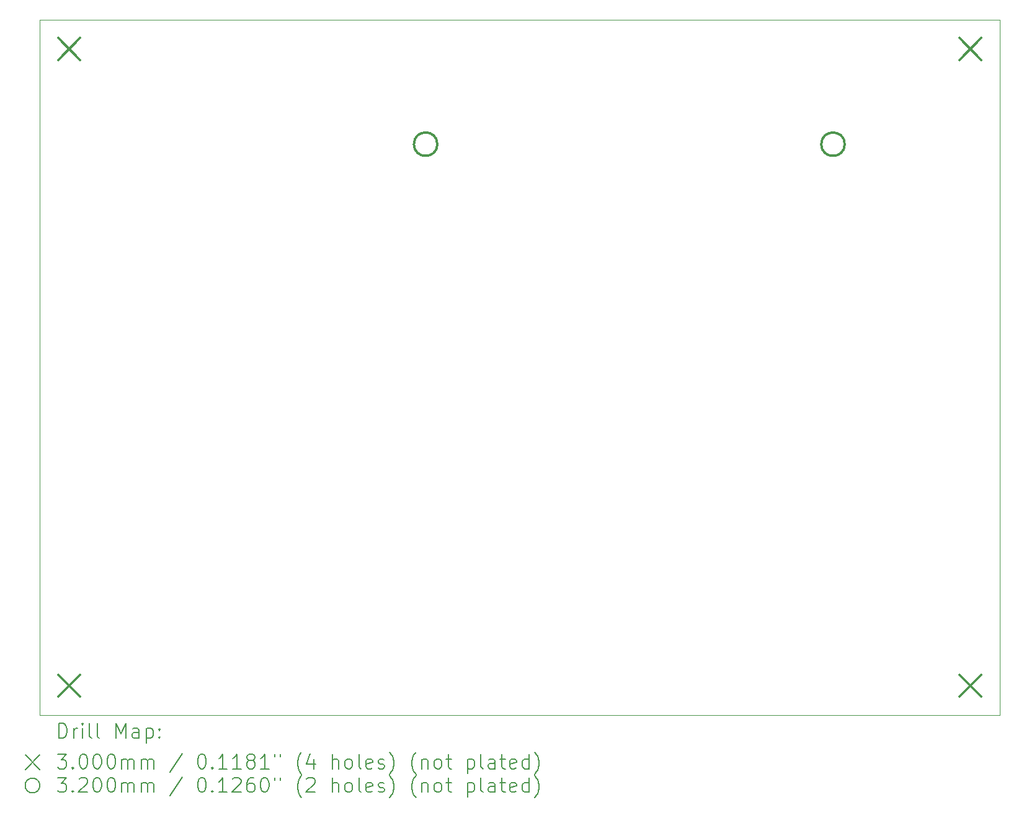
<source format=gbr>
%TF.GenerationSoftware,KiCad,Pcbnew,8.0.0*%
%TF.CreationDate,2024-04-01T01:40:06+02:00*%
%TF.ProjectId,smartSensor,736d6172-7453-4656-9e73-6f722e6b6963,rev?*%
%TF.SameCoordinates,Original*%
%TF.FileFunction,Drillmap*%
%TF.FilePolarity,Positive*%
%FSLAX45Y45*%
G04 Gerber Fmt 4.5, Leading zero omitted, Abs format (unit mm)*
G04 Created by KiCad (PCBNEW 8.0.0) date 2024-04-01 01:40:06*
%MOMM*%
%LPD*%
G01*
G04 APERTURE LIST*
%ADD10C,0.050000*%
%ADD11C,0.200000*%
%ADD12C,0.300000*%
%ADD13C,0.320000*%
G04 APERTURE END LIST*
D10*
X5300000Y-5500000D02*
X18400000Y-5500000D01*
X18400000Y-15000000D01*
X5300000Y-15000000D01*
X5300000Y-5500000D01*
D11*
D12*
X5550000Y-5750000D02*
X5850000Y-6050000D01*
X5850000Y-5750000D02*
X5550000Y-6050000D01*
X5550000Y-14450000D02*
X5850000Y-14750000D01*
X5850000Y-14450000D02*
X5550000Y-14750000D01*
X17850000Y-5750000D02*
X18150000Y-6050000D01*
X18150000Y-5750000D02*
X17850000Y-6050000D01*
X17850000Y-14450000D02*
X18150000Y-14750000D01*
X18150000Y-14450000D02*
X17850000Y-14750000D01*
D13*
X10724500Y-7200000D02*
G75*
G02*
X10404500Y-7200000I-160000J0D01*
G01*
X10404500Y-7200000D02*
G75*
G02*
X10724500Y-7200000I160000J0D01*
G01*
X16285500Y-7200000D02*
G75*
G02*
X15965500Y-7200000I-160000J0D01*
G01*
X15965500Y-7200000D02*
G75*
G02*
X16285500Y-7200000I160000J0D01*
G01*
D11*
X5558277Y-15313984D02*
X5558277Y-15113984D01*
X5558277Y-15113984D02*
X5605896Y-15113984D01*
X5605896Y-15113984D02*
X5634467Y-15123508D01*
X5634467Y-15123508D02*
X5653515Y-15142555D01*
X5653515Y-15142555D02*
X5663039Y-15161603D01*
X5663039Y-15161603D02*
X5672562Y-15199698D01*
X5672562Y-15199698D02*
X5672562Y-15228269D01*
X5672562Y-15228269D02*
X5663039Y-15266365D01*
X5663039Y-15266365D02*
X5653515Y-15285412D01*
X5653515Y-15285412D02*
X5634467Y-15304460D01*
X5634467Y-15304460D02*
X5605896Y-15313984D01*
X5605896Y-15313984D02*
X5558277Y-15313984D01*
X5758277Y-15313984D02*
X5758277Y-15180650D01*
X5758277Y-15218746D02*
X5767801Y-15199698D01*
X5767801Y-15199698D02*
X5777324Y-15190174D01*
X5777324Y-15190174D02*
X5796372Y-15180650D01*
X5796372Y-15180650D02*
X5815420Y-15180650D01*
X5882086Y-15313984D02*
X5882086Y-15180650D01*
X5882086Y-15113984D02*
X5872562Y-15123508D01*
X5872562Y-15123508D02*
X5882086Y-15133031D01*
X5882086Y-15133031D02*
X5891610Y-15123508D01*
X5891610Y-15123508D02*
X5882086Y-15113984D01*
X5882086Y-15113984D02*
X5882086Y-15133031D01*
X6005896Y-15313984D02*
X5986848Y-15304460D01*
X5986848Y-15304460D02*
X5977324Y-15285412D01*
X5977324Y-15285412D02*
X5977324Y-15113984D01*
X6110658Y-15313984D02*
X6091610Y-15304460D01*
X6091610Y-15304460D02*
X6082086Y-15285412D01*
X6082086Y-15285412D02*
X6082086Y-15113984D01*
X6339229Y-15313984D02*
X6339229Y-15113984D01*
X6339229Y-15113984D02*
X6405896Y-15256841D01*
X6405896Y-15256841D02*
X6472562Y-15113984D01*
X6472562Y-15113984D02*
X6472562Y-15313984D01*
X6653515Y-15313984D02*
X6653515Y-15209222D01*
X6653515Y-15209222D02*
X6643991Y-15190174D01*
X6643991Y-15190174D02*
X6624943Y-15180650D01*
X6624943Y-15180650D02*
X6586848Y-15180650D01*
X6586848Y-15180650D02*
X6567801Y-15190174D01*
X6653515Y-15304460D02*
X6634467Y-15313984D01*
X6634467Y-15313984D02*
X6586848Y-15313984D01*
X6586848Y-15313984D02*
X6567801Y-15304460D01*
X6567801Y-15304460D02*
X6558277Y-15285412D01*
X6558277Y-15285412D02*
X6558277Y-15266365D01*
X6558277Y-15266365D02*
X6567801Y-15247317D01*
X6567801Y-15247317D02*
X6586848Y-15237793D01*
X6586848Y-15237793D02*
X6634467Y-15237793D01*
X6634467Y-15237793D02*
X6653515Y-15228269D01*
X6748753Y-15180650D02*
X6748753Y-15380650D01*
X6748753Y-15190174D02*
X6767801Y-15180650D01*
X6767801Y-15180650D02*
X6805896Y-15180650D01*
X6805896Y-15180650D02*
X6824943Y-15190174D01*
X6824943Y-15190174D02*
X6834467Y-15199698D01*
X6834467Y-15199698D02*
X6843991Y-15218746D01*
X6843991Y-15218746D02*
X6843991Y-15275888D01*
X6843991Y-15275888D02*
X6834467Y-15294936D01*
X6834467Y-15294936D02*
X6824943Y-15304460D01*
X6824943Y-15304460D02*
X6805896Y-15313984D01*
X6805896Y-15313984D02*
X6767801Y-15313984D01*
X6767801Y-15313984D02*
X6748753Y-15304460D01*
X6929705Y-15294936D02*
X6939229Y-15304460D01*
X6939229Y-15304460D02*
X6929705Y-15313984D01*
X6929705Y-15313984D02*
X6920182Y-15304460D01*
X6920182Y-15304460D02*
X6929705Y-15294936D01*
X6929705Y-15294936D02*
X6929705Y-15313984D01*
X6929705Y-15190174D02*
X6939229Y-15199698D01*
X6939229Y-15199698D02*
X6929705Y-15209222D01*
X6929705Y-15209222D02*
X6920182Y-15199698D01*
X6920182Y-15199698D02*
X6929705Y-15190174D01*
X6929705Y-15190174D02*
X6929705Y-15209222D01*
X5097500Y-15542500D02*
X5297500Y-15742500D01*
X5297500Y-15542500D02*
X5097500Y-15742500D01*
X5539229Y-15533984D02*
X5663039Y-15533984D01*
X5663039Y-15533984D02*
X5596372Y-15610174D01*
X5596372Y-15610174D02*
X5624943Y-15610174D01*
X5624943Y-15610174D02*
X5643991Y-15619698D01*
X5643991Y-15619698D02*
X5653515Y-15629222D01*
X5653515Y-15629222D02*
X5663039Y-15648269D01*
X5663039Y-15648269D02*
X5663039Y-15695888D01*
X5663039Y-15695888D02*
X5653515Y-15714936D01*
X5653515Y-15714936D02*
X5643991Y-15724460D01*
X5643991Y-15724460D02*
X5624943Y-15733984D01*
X5624943Y-15733984D02*
X5567801Y-15733984D01*
X5567801Y-15733984D02*
X5548753Y-15724460D01*
X5548753Y-15724460D02*
X5539229Y-15714936D01*
X5748753Y-15714936D02*
X5758277Y-15724460D01*
X5758277Y-15724460D02*
X5748753Y-15733984D01*
X5748753Y-15733984D02*
X5739229Y-15724460D01*
X5739229Y-15724460D02*
X5748753Y-15714936D01*
X5748753Y-15714936D02*
X5748753Y-15733984D01*
X5882086Y-15533984D02*
X5901134Y-15533984D01*
X5901134Y-15533984D02*
X5920182Y-15543508D01*
X5920182Y-15543508D02*
X5929705Y-15553031D01*
X5929705Y-15553031D02*
X5939229Y-15572079D01*
X5939229Y-15572079D02*
X5948753Y-15610174D01*
X5948753Y-15610174D02*
X5948753Y-15657793D01*
X5948753Y-15657793D02*
X5939229Y-15695888D01*
X5939229Y-15695888D02*
X5929705Y-15714936D01*
X5929705Y-15714936D02*
X5920182Y-15724460D01*
X5920182Y-15724460D02*
X5901134Y-15733984D01*
X5901134Y-15733984D02*
X5882086Y-15733984D01*
X5882086Y-15733984D02*
X5863039Y-15724460D01*
X5863039Y-15724460D02*
X5853515Y-15714936D01*
X5853515Y-15714936D02*
X5843991Y-15695888D01*
X5843991Y-15695888D02*
X5834467Y-15657793D01*
X5834467Y-15657793D02*
X5834467Y-15610174D01*
X5834467Y-15610174D02*
X5843991Y-15572079D01*
X5843991Y-15572079D02*
X5853515Y-15553031D01*
X5853515Y-15553031D02*
X5863039Y-15543508D01*
X5863039Y-15543508D02*
X5882086Y-15533984D01*
X6072562Y-15533984D02*
X6091610Y-15533984D01*
X6091610Y-15533984D02*
X6110658Y-15543508D01*
X6110658Y-15543508D02*
X6120182Y-15553031D01*
X6120182Y-15553031D02*
X6129705Y-15572079D01*
X6129705Y-15572079D02*
X6139229Y-15610174D01*
X6139229Y-15610174D02*
X6139229Y-15657793D01*
X6139229Y-15657793D02*
X6129705Y-15695888D01*
X6129705Y-15695888D02*
X6120182Y-15714936D01*
X6120182Y-15714936D02*
X6110658Y-15724460D01*
X6110658Y-15724460D02*
X6091610Y-15733984D01*
X6091610Y-15733984D02*
X6072562Y-15733984D01*
X6072562Y-15733984D02*
X6053515Y-15724460D01*
X6053515Y-15724460D02*
X6043991Y-15714936D01*
X6043991Y-15714936D02*
X6034467Y-15695888D01*
X6034467Y-15695888D02*
X6024943Y-15657793D01*
X6024943Y-15657793D02*
X6024943Y-15610174D01*
X6024943Y-15610174D02*
X6034467Y-15572079D01*
X6034467Y-15572079D02*
X6043991Y-15553031D01*
X6043991Y-15553031D02*
X6053515Y-15543508D01*
X6053515Y-15543508D02*
X6072562Y-15533984D01*
X6263039Y-15533984D02*
X6282086Y-15533984D01*
X6282086Y-15533984D02*
X6301134Y-15543508D01*
X6301134Y-15543508D02*
X6310658Y-15553031D01*
X6310658Y-15553031D02*
X6320182Y-15572079D01*
X6320182Y-15572079D02*
X6329705Y-15610174D01*
X6329705Y-15610174D02*
X6329705Y-15657793D01*
X6329705Y-15657793D02*
X6320182Y-15695888D01*
X6320182Y-15695888D02*
X6310658Y-15714936D01*
X6310658Y-15714936D02*
X6301134Y-15724460D01*
X6301134Y-15724460D02*
X6282086Y-15733984D01*
X6282086Y-15733984D02*
X6263039Y-15733984D01*
X6263039Y-15733984D02*
X6243991Y-15724460D01*
X6243991Y-15724460D02*
X6234467Y-15714936D01*
X6234467Y-15714936D02*
X6224943Y-15695888D01*
X6224943Y-15695888D02*
X6215420Y-15657793D01*
X6215420Y-15657793D02*
X6215420Y-15610174D01*
X6215420Y-15610174D02*
X6224943Y-15572079D01*
X6224943Y-15572079D02*
X6234467Y-15553031D01*
X6234467Y-15553031D02*
X6243991Y-15543508D01*
X6243991Y-15543508D02*
X6263039Y-15533984D01*
X6415420Y-15733984D02*
X6415420Y-15600650D01*
X6415420Y-15619698D02*
X6424943Y-15610174D01*
X6424943Y-15610174D02*
X6443991Y-15600650D01*
X6443991Y-15600650D02*
X6472563Y-15600650D01*
X6472563Y-15600650D02*
X6491610Y-15610174D01*
X6491610Y-15610174D02*
X6501134Y-15629222D01*
X6501134Y-15629222D02*
X6501134Y-15733984D01*
X6501134Y-15629222D02*
X6510658Y-15610174D01*
X6510658Y-15610174D02*
X6529705Y-15600650D01*
X6529705Y-15600650D02*
X6558277Y-15600650D01*
X6558277Y-15600650D02*
X6577324Y-15610174D01*
X6577324Y-15610174D02*
X6586848Y-15629222D01*
X6586848Y-15629222D02*
X6586848Y-15733984D01*
X6682086Y-15733984D02*
X6682086Y-15600650D01*
X6682086Y-15619698D02*
X6691610Y-15610174D01*
X6691610Y-15610174D02*
X6710658Y-15600650D01*
X6710658Y-15600650D02*
X6739229Y-15600650D01*
X6739229Y-15600650D02*
X6758277Y-15610174D01*
X6758277Y-15610174D02*
X6767801Y-15629222D01*
X6767801Y-15629222D02*
X6767801Y-15733984D01*
X6767801Y-15629222D02*
X6777324Y-15610174D01*
X6777324Y-15610174D02*
X6796372Y-15600650D01*
X6796372Y-15600650D02*
X6824943Y-15600650D01*
X6824943Y-15600650D02*
X6843991Y-15610174D01*
X6843991Y-15610174D02*
X6853515Y-15629222D01*
X6853515Y-15629222D02*
X6853515Y-15733984D01*
X7243991Y-15524460D02*
X7072563Y-15781603D01*
X7501134Y-15533984D02*
X7520182Y-15533984D01*
X7520182Y-15533984D02*
X7539229Y-15543508D01*
X7539229Y-15543508D02*
X7548753Y-15553031D01*
X7548753Y-15553031D02*
X7558277Y-15572079D01*
X7558277Y-15572079D02*
X7567801Y-15610174D01*
X7567801Y-15610174D02*
X7567801Y-15657793D01*
X7567801Y-15657793D02*
X7558277Y-15695888D01*
X7558277Y-15695888D02*
X7548753Y-15714936D01*
X7548753Y-15714936D02*
X7539229Y-15724460D01*
X7539229Y-15724460D02*
X7520182Y-15733984D01*
X7520182Y-15733984D02*
X7501134Y-15733984D01*
X7501134Y-15733984D02*
X7482086Y-15724460D01*
X7482086Y-15724460D02*
X7472563Y-15714936D01*
X7472563Y-15714936D02*
X7463039Y-15695888D01*
X7463039Y-15695888D02*
X7453515Y-15657793D01*
X7453515Y-15657793D02*
X7453515Y-15610174D01*
X7453515Y-15610174D02*
X7463039Y-15572079D01*
X7463039Y-15572079D02*
X7472563Y-15553031D01*
X7472563Y-15553031D02*
X7482086Y-15543508D01*
X7482086Y-15543508D02*
X7501134Y-15533984D01*
X7653515Y-15714936D02*
X7663039Y-15724460D01*
X7663039Y-15724460D02*
X7653515Y-15733984D01*
X7653515Y-15733984D02*
X7643991Y-15724460D01*
X7643991Y-15724460D02*
X7653515Y-15714936D01*
X7653515Y-15714936D02*
X7653515Y-15733984D01*
X7853515Y-15733984D02*
X7739229Y-15733984D01*
X7796372Y-15733984D02*
X7796372Y-15533984D01*
X7796372Y-15533984D02*
X7777325Y-15562555D01*
X7777325Y-15562555D02*
X7758277Y-15581603D01*
X7758277Y-15581603D02*
X7739229Y-15591127D01*
X8043991Y-15733984D02*
X7929706Y-15733984D01*
X7986848Y-15733984D02*
X7986848Y-15533984D01*
X7986848Y-15533984D02*
X7967801Y-15562555D01*
X7967801Y-15562555D02*
X7948753Y-15581603D01*
X7948753Y-15581603D02*
X7929706Y-15591127D01*
X8158277Y-15619698D02*
X8139229Y-15610174D01*
X8139229Y-15610174D02*
X8129706Y-15600650D01*
X8129706Y-15600650D02*
X8120182Y-15581603D01*
X8120182Y-15581603D02*
X8120182Y-15572079D01*
X8120182Y-15572079D02*
X8129706Y-15553031D01*
X8129706Y-15553031D02*
X8139229Y-15543508D01*
X8139229Y-15543508D02*
X8158277Y-15533984D01*
X8158277Y-15533984D02*
X8196372Y-15533984D01*
X8196372Y-15533984D02*
X8215420Y-15543508D01*
X8215420Y-15543508D02*
X8224944Y-15553031D01*
X8224944Y-15553031D02*
X8234467Y-15572079D01*
X8234467Y-15572079D02*
X8234467Y-15581603D01*
X8234467Y-15581603D02*
X8224944Y-15600650D01*
X8224944Y-15600650D02*
X8215420Y-15610174D01*
X8215420Y-15610174D02*
X8196372Y-15619698D01*
X8196372Y-15619698D02*
X8158277Y-15619698D01*
X8158277Y-15619698D02*
X8139229Y-15629222D01*
X8139229Y-15629222D02*
X8129706Y-15638746D01*
X8129706Y-15638746D02*
X8120182Y-15657793D01*
X8120182Y-15657793D02*
X8120182Y-15695888D01*
X8120182Y-15695888D02*
X8129706Y-15714936D01*
X8129706Y-15714936D02*
X8139229Y-15724460D01*
X8139229Y-15724460D02*
X8158277Y-15733984D01*
X8158277Y-15733984D02*
X8196372Y-15733984D01*
X8196372Y-15733984D02*
X8215420Y-15724460D01*
X8215420Y-15724460D02*
X8224944Y-15714936D01*
X8224944Y-15714936D02*
X8234467Y-15695888D01*
X8234467Y-15695888D02*
X8234467Y-15657793D01*
X8234467Y-15657793D02*
X8224944Y-15638746D01*
X8224944Y-15638746D02*
X8215420Y-15629222D01*
X8215420Y-15629222D02*
X8196372Y-15619698D01*
X8424944Y-15733984D02*
X8310658Y-15733984D01*
X8367801Y-15733984D02*
X8367801Y-15533984D01*
X8367801Y-15533984D02*
X8348753Y-15562555D01*
X8348753Y-15562555D02*
X8329706Y-15581603D01*
X8329706Y-15581603D02*
X8310658Y-15591127D01*
X8501134Y-15533984D02*
X8501134Y-15572079D01*
X8577325Y-15533984D02*
X8577325Y-15572079D01*
X8872563Y-15810174D02*
X8863039Y-15800650D01*
X8863039Y-15800650D02*
X8843991Y-15772079D01*
X8843991Y-15772079D02*
X8834468Y-15753031D01*
X8834468Y-15753031D02*
X8824944Y-15724460D01*
X8824944Y-15724460D02*
X8815420Y-15676841D01*
X8815420Y-15676841D02*
X8815420Y-15638746D01*
X8815420Y-15638746D02*
X8824944Y-15591127D01*
X8824944Y-15591127D02*
X8834468Y-15562555D01*
X8834468Y-15562555D02*
X8843991Y-15543508D01*
X8843991Y-15543508D02*
X8863039Y-15514936D01*
X8863039Y-15514936D02*
X8872563Y-15505412D01*
X9034468Y-15600650D02*
X9034468Y-15733984D01*
X8986849Y-15524460D02*
X8939230Y-15667317D01*
X8939230Y-15667317D02*
X9063039Y-15667317D01*
X9291611Y-15733984D02*
X9291611Y-15533984D01*
X9377325Y-15733984D02*
X9377325Y-15629222D01*
X9377325Y-15629222D02*
X9367801Y-15610174D01*
X9367801Y-15610174D02*
X9348753Y-15600650D01*
X9348753Y-15600650D02*
X9320182Y-15600650D01*
X9320182Y-15600650D02*
X9301134Y-15610174D01*
X9301134Y-15610174D02*
X9291611Y-15619698D01*
X9501134Y-15733984D02*
X9482087Y-15724460D01*
X9482087Y-15724460D02*
X9472563Y-15714936D01*
X9472563Y-15714936D02*
X9463039Y-15695888D01*
X9463039Y-15695888D02*
X9463039Y-15638746D01*
X9463039Y-15638746D02*
X9472563Y-15619698D01*
X9472563Y-15619698D02*
X9482087Y-15610174D01*
X9482087Y-15610174D02*
X9501134Y-15600650D01*
X9501134Y-15600650D02*
X9529706Y-15600650D01*
X9529706Y-15600650D02*
X9548753Y-15610174D01*
X9548753Y-15610174D02*
X9558277Y-15619698D01*
X9558277Y-15619698D02*
X9567801Y-15638746D01*
X9567801Y-15638746D02*
X9567801Y-15695888D01*
X9567801Y-15695888D02*
X9558277Y-15714936D01*
X9558277Y-15714936D02*
X9548753Y-15724460D01*
X9548753Y-15724460D02*
X9529706Y-15733984D01*
X9529706Y-15733984D02*
X9501134Y-15733984D01*
X9682087Y-15733984D02*
X9663039Y-15724460D01*
X9663039Y-15724460D02*
X9653515Y-15705412D01*
X9653515Y-15705412D02*
X9653515Y-15533984D01*
X9834468Y-15724460D02*
X9815420Y-15733984D01*
X9815420Y-15733984D02*
X9777325Y-15733984D01*
X9777325Y-15733984D02*
X9758277Y-15724460D01*
X9758277Y-15724460D02*
X9748753Y-15705412D01*
X9748753Y-15705412D02*
X9748753Y-15629222D01*
X9748753Y-15629222D02*
X9758277Y-15610174D01*
X9758277Y-15610174D02*
X9777325Y-15600650D01*
X9777325Y-15600650D02*
X9815420Y-15600650D01*
X9815420Y-15600650D02*
X9834468Y-15610174D01*
X9834468Y-15610174D02*
X9843992Y-15629222D01*
X9843992Y-15629222D02*
X9843992Y-15648269D01*
X9843992Y-15648269D02*
X9748753Y-15667317D01*
X9920182Y-15724460D02*
X9939230Y-15733984D01*
X9939230Y-15733984D02*
X9977325Y-15733984D01*
X9977325Y-15733984D02*
X9996373Y-15724460D01*
X9996373Y-15724460D02*
X10005896Y-15705412D01*
X10005896Y-15705412D02*
X10005896Y-15695888D01*
X10005896Y-15695888D02*
X9996373Y-15676841D01*
X9996373Y-15676841D02*
X9977325Y-15667317D01*
X9977325Y-15667317D02*
X9948753Y-15667317D01*
X9948753Y-15667317D02*
X9929706Y-15657793D01*
X9929706Y-15657793D02*
X9920182Y-15638746D01*
X9920182Y-15638746D02*
X9920182Y-15629222D01*
X9920182Y-15629222D02*
X9929706Y-15610174D01*
X9929706Y-15610174D02*
X9948753Y-15600650D01*
X9948753Y-15600650D02*
X9977325Y-15600650D01*
X9977325Y-15600650D02*
X9996373Y-15610174D01*
X10072563Y-15810174D02*
X10082087Y-15800650D01*
X10082087Y-15800650D02*
X10101134Y-15772079D01*
X10101134Y-15772079D02*
X10110658Y-15753031D01*
X10110658Y-15753031D02*
X10120182Y-15724460D01*
X10120182Y-15724460D02*
X10129706Y-15676841D01*
X10129706Y-15676841D02*
X10129706Y-15638746D01*
X10129706Y-15638746D02*
X10120182Y-15591127D01*
X10120182Y-15591127D02*
X10110658Y-15562555D01*
X10110658Y-15562555D02*
X10101134Y-15543508D01*
X10101134Y-15543508D02*
X10082087Y-15514936D01*
X10082087Y-15514936D02*
X10072563Y-15505412D01*
X10434468Y-15810174D02*
X10424944Y-15800650D01*
X10424944Y-15800650D02*
X10405896Y-15772079D01*
X10405896Y-15772079D02*
X10396373Y-15753031D01*
X10396373Y-15753031D02*
X10386849Y-15724460D01*
X10386849Y-15724460D02*
X10377325Y-15676841D01*
X10377325Y-15676841D02*
X10377325Y-15638746D01*
X10377325Y-15638746D02*
X10386849Y-15591127D01*
X10386849Y-15591127D02*
X10396373Y-15562555D01*
X10396373Y-15562555D02*
X10405896Y-15543508D01*
X10405896Y-15543508D02*
X10424944Y-15514936D01*
X10424944Y-15514936D02*
X10434468Y-15505412D01*
X10510658Y-15600650D02*
X10510658Y-15733984D01*
X10510658Y-15619698D02*
X10520182Y-15610174D01*
X10520182Y-15610174D02*
X10539230Y-15600650D01*
X10539230Y-15600650D02*
X10567801Y-15600650D01*
X10567801Y-15600650D02*
X10586849Y-15610174D01*
X10586849Y-15610174D02*
X10596373Y-15629222D01*
X10596373Y-15629222D02*
X10596373Y-15733984D01*
X10720182Y-15733984D02*
X10701134Y-15724460D01*
X10701134Y-15724460D02*
X10691611Y-15714936D01*
X10691611Y-15714936D02*
X10682087Y-15695888D01*
X10682087Y-15695888D02*
X10682087Y-15638746D01*
X10682087Y-15638746D02*
X10691611Y-15619698D01*
X10691611Y-15619698D02*
X10701134Y-15610174D01*
X10701134Y-15610174D02*
X10720182Y-15600650D01*
X10720182Y-15600650D02*
X10748754Y-15600650D01*
X10748754Y-15600650D02*
X10767801Y-15610174D01*
X10767801Y-15610174D02*
X10777325Y-15619698D01*
X10777325Y-15619698D02*
X10786849Y-15638746D01*
X10786849Y-15638746D02*
X10786849Y-15695888D01*
X10786849Y-15695888D02*
X10777325Y-15714936D01*
X10777325Y-15714936D02*
X10767801Y-15724460D01*
X10767801Y-15724460D02*
X10748754Y-15733984D01*
X10748754Y-15733984D02*
X10720182Y-15733984D01*
X10843992Y-15600650D02*
X10920182Y-15600650D01*
X10872563Y-15533984D02*
X10872563Y-15705412D01*
X10872563Y-15705412D02*
X10882087Y-15724460D01*
X10882087Y-15724460D02*
X10901134Y-15733984D01*
X10901134Y-15733984D02*
X10920182Y-15733984D01*
X11139230Y-15600650D02*
X11139230Y-15800650D01*
X11139230Y-15610174D02*
X11158277Y-15600650D01*
X11158277Y-15600650D02*
X11196373Y-15600650D01*
X11196373Y-15600650D02*
X11215420Y-15610174D01*
X11215420Y-15610174D02*
X11224944Y-15619698D01*
X11224944Y-15619698D02*
X11234468Y-15638746D01*
X11234468Y-15638746D02*
X11234468Y-15695888D01*
X11234468Y-15695888D02*
X11224944Y-15714936D01*
X11224944Y-15714936D02*
X11215420Y-15724460D01*
X11215420Y-15724460D02*
X11196373Y-15733984D01*
X11196373Y-15733984D02*
X11158277Y-15733984D01*
X11158277Y-15733984D02*
X11139230Y-15724460D01*
X11348753Y-15733984D02*
X11329706Y-15724460D01*
X11329706Y-15724460D02*
X11320182Y-15705412D01*
X11320182Y-15705412D02*
X11320182Y-15533984D01*
X11510658Y-15733984D02*
X11510658Y-15629222D01*
X11510658Y-15629222D02*
X11501134Y-15610174D01*
X11501134Y-15610174D02*
X11482087Y-15600650D01*
X11482087Y-15600650D02*
X11443992Y-15600650D01*
X11443992Y-15600650D02*
X11424944Y-15610174D01*
X11510658Y-15724460D02*
X11491611Y-15733984D01*
X11491611Y-15733984D02*
X11443992Y-15733984D01*
X11443992Y-15733984D02*
X11424944Y-15724460D01*
X11424944Y-15724460D02*
X11415420Y-15705412D01*
X11415420Y-15705412D02*
X11415420Y-15686365D01*
X11415420Y-15686365D02*
X11424944Y-15667317D01*
X11424944Y-15667317D02*
X11443992Y-15657793D01*
X11443992Y-15657793D02*
X11491611Y-15657793D01*
X11491611Y-15657793D02*
X11510658Y-15648269D01*
X11577325Y-15600650D02*
X11653515Y-15600650D01*
X11605896Y-15533984D02*
X11605896Y-15705412D01*
X11605896Y-15705412D02*
X11615420Y-15724460D01*
X11615420Y-15724460D02*
X11634468Y-15733984D01*
X11634468Y-15733984D02*
X11653515Y-15733984D01*
X11796373Y-15724460D02*
X11777325Y-15733984D01*
X11777325Y-15733984D02*
X11739230Y-15733984D01*
X11739230Y-15733984D02*
X11720182Y-15724460D01*
X11720182Y-15724460D02*
X11710658Y-15705412D01*
X11710658Y-15705412D02*
X11710658Y-15629222D01*
X11710658Y-15629222D02*
X11720182Y-15610174D01*
X11720182Y-15610174D02*
X11739230Y-15600650D01*
X11739230Y-15600650D02*
X11777325Y-15600650D01*
X11777325Y-15600650D02*
X11796373Y-15610174D01*
X11796373Y-15610174D02*
X11805896Y-15629222D01*
X11805896Y-15629222D02*
X11805896Y-15648269D01*
X11805896Y-15648269D02*
X11710658Y-15667317D01*
X11977325Y-15733984D02*
X11977325Y-15533984D01*
X11977325Y-15724460D02*
X11958277Y-15733984D01*
X11958277Y-15733984D02*
X11920182Y-15733984D01*
X11920182Y-15733984D02*
X11901134Y-15724460D01*
X11901134Y-15724460D02*
X11891611Y-15714936D01*
X11891611Y-15714936D02*
X11882087Y-15695888D01*
X11882087Y-15695888D02*
X11882087Y-15638746D01*
X11882087Y-15638746D02*
X11891611Y-15619698D01*
X11891611Y-15619698D02*
X11901134Y-15610174D01*
X11901134Y-15610174D02*
X11920182Y-15600650D01*
X11920182Y-15600650D02*
X11958277Y-15600650D01*
X11958277Y-15600650D02*
X11977325Y-15610174D01*
X12053515Y-15810174D02*
X12063039Y-15800650D01*
X12063039Y-15800650D02*
X12082087Y-15772079D01*
X12082087Y-15772079D02*
X12091611Y-15753031D01*
X12091611Y-15753031D02*
X12101134Y-15724460D01*
X12101134Y-15724460D02*
X12110658Y-15676841D01*
X12110658Y-15676841D02*
X12110658Y-15638746D01*
X12110658Y-15638746D02*
X12101134Y-15591127D01*
X12101134Y-15591127D02*
X12091611Y-15562555D01*
X12091611Y-15562555D02*
X12082087Y-15543508D01*
X12082087Y-15543508D02*
X12063039Y-15514936D01*
X12063039Y-15514936D02*
X12053515Y-15505412D01*
X5297500Y-15962500D02*
G75*
G02*
X5097500Y-15962500I-100000J0D01*
G01*
X5097500Y-15962500D02*
G75*
G02*
X5297500Y-15962500I100000J0D01*
G01*
X5539229Y-15853984D02*
X5663039Y-15853984D01*
X5663039Y-15853984D02*
X5596372Y-15930174D01*
X5596372Y-15930174D02*
X5624943Y-15930174D01*
X5624943Y-15930174D02*
X5643991Y-15939698D01*
X5643991Y-15939698D02*
X5653515Y-15949222D01*
X5653515Y-15949222D02*
X5663039Y-15968269D01*
X5663039Y-15968269D02*
X5663039Y-16015888D01*
X5663039Y-16015888D02*
X5653515Y-16034936D01*
X5653515Y-16034936D02*
X5643991Y-16044460D01*
X5643991Y-16044460D02*
X5624943Y-16053984D01*
X5624943Y-16053984D02*
X5567801Y-16053984D01*
X5567801Y-16053984D02*
X5548753Y-16044460D01*
X5548753Y-16044460D02*
X5539229Y-16034936D01*
X5748753Y-16034936D02*
X5758277Y-16044460D01*
X5758277Y-16044460D02*
X5748753Y-16053984D01*
X5748753Y-16053984D02*
X5739229Y-16044460D01*
X5739229Y-16044460D02*
X5748753Y-16034936D01*
X5748753Y-16034936D02*
X5748753Y-16053984D01*
X5834467Y-15873031D02*
X5843991Y-15863508D01*
X5843991Y-15863508D02*
X5863039Y-15853984D01*
X5863039Y-15853984D02*
X5910658Y-15853984D01*
X5910658Y-15853984D02*
X5929705Y-15863508D01*
X5929705Y-15863508D02*
X5939229Y-15873031D01*
X5939229Y-15873031D02*
X5948753Y-15892079D01*
X5948753Y-15892079D02*
X5948753Y-15911127D01*
X5948753Y-15911127D02*
X5939229Y-15939698D01*
X5939229Y-15939698D02*
X5824943Y-16053984D01*
X5824943Y-16053984D02*
X5948753Y-16053984D01*
X6072562Y-15853984D02*
X6091610Y-15853984D01*
X6091610Y-15853984D02*
X6110658Y-15863508D01*
X6110658Y-15863508D02*
X6120182Y-15873031D01*
X6120182Y-15873031D02*
X6129705Y-15892079D01*
X6129705Y-15892079D02*
X6139229Y-15930174D01*
X6139229Y-15930174D02*
X6139229Y-15977793D01*
X6139229Y-15977793D02*
X6129705Y-16015888D01*
X6129705Y-16015888D02*
X6120182Y-16034936D01*
X6120182Y-16034936D02*
X6110658Y-16044460D01*
X6110658Y-16044460D02*
X6091610Y-16053984D01*
X6091610Y-16053984D02*
X6072562Y-16053984D01*
X6072562Y-16053984D02*
X6053515Y-16044460D01*
X6053515Y-16044460D02*
X6043991Y-16034936D01*
X6043991Y-16034936D02*
X6034467Y-16015888D01*
X6034467Y-16015888D02*
X6024943Y-15977793D01*
X6024943Y-15977793D02*
X6024943Y-15930174D01*
X6024943Y-15930174D02*
X6034467Y-15892079D01*
X6034467Y-15892079D02*
X6043991Y-15873031D01*
X6043991Y-15873031D02*
X6053515Y-15863508D01*
X6053515Y-15863508D02*
X6072562Y-15853984D01*
X6263039Y-15853984D02*
X6282086Y-15853984D01*
X6282086Y-15853984D02*
X6301134Y-15863508D01*
X6301134Y-15863508D02*
X6310658Y-15873031D01*
X6310658Y-15873031D02*
X6320182Y-15892079D01*
X6320182Y-15892079D02*
X6329705Y-15930174D01*
X6329705Y-15930174D02*
X6329705Y-15977793D01*
X6329705Y-15977793D02*
X6320182Y-16015888D01*
X6320182Y-16015888D02*
X6310658Y-16034936D01*
X6310658Y-16034936D02*
X6301134Y-16044460D01*
X6301134Y-16044460D02*
X6282086Y-16053984D01*
X6282086Y-16053984D02*
X6263039Y-16053984D01*
X6263039Y-16053984D02*
X6243991Y-16044460D01*
X6243991Y-16044460D02*
X6234467Y-16034936D01*
X6234467Y-16034936D02*
X6224943Y-16015888D01*
X6224943Y-16015888D02*
X6215420Y-15977793D01*
X6215420Y-15977793D02*
X6215420Y-15930174D01*
X6215420Y-15930174D02*
X6224943Y-15892079D01*
X6224943Y-15892079D02*
X6234467Y-15873031D01*
X6234467Y-15873031D02*
X6243991Y-15863508D01*
X6243991Y-15863508D02*
X6263039Y-15853984D01*
X6415420Y-16053984D02*
X6415420Y-15920650D01*
X6415420Y-15939698D02*
X6424943Y-15930174D01*
X6424943Y-15930174D02*
X6443991Y-15920650D01*
X6443991Y-15920650D02*
X6472563Y-15920650D01*
X6472563Y-15920650D02*
X6491610Y-15930174D01*
X6491610Y-15930174D02*
X6501134Y-15949222D01*
X6501134Y-15949222D02*
X6501134Y-16053984D01*
X6501134Y-15949222D02*
X6510658Y-15930174D01*
X6510658Y-15930174D02*
X6529705Y-15920650D01*
X6529705Y-15920650D02*
X6558277Y-15920650D01*
X6558277Y-15920650D02*
X6577324Y-15930174D01*
X6577324Y-15930174D02*
X6586848Y-15949222D01*
X6586848Y-15949222D02*
X6586848Y-16053984D01*
X6682086Y-16053984D02*
X6682086Y-15920650D01*
X6682086Y-15939698D02*
X6691610Y-15930174D01*
X6691610Y-15930174D02*
X6710658Y-15920650D01*
X6710658Y-15920650D02*
X6739229Y-15920650D01*
X6739229Y-15920650D02*
X6758277Y-15930174D01*
X6758277Y-15930174D02*
X6767801Y-15949222D01*
X6767801Y-15949222D02*
X6767801Y-16053984D01*
X6767801Y-15949222D02*
X6777324Y-15930174D01*
X6777324Y-15930174D02*
X6796372Y-15920650D01*
X6796372Y-15920650D02*
X6824943Y-15920650D01*
X6824943Y-15920650D02*
X6843991Y-15930174D01*
X6843991Y-15930174D02*
X6853515Y-15949222D01*
X6853515Y-15949222D02*
X6853515Y-16053984D01*
X7243991Y-15844460D02*
X7072563Y-16101603D01*
X7501134Y-15853984D02*
X7520182Y-15853984D01*
X7520182Y-15853984D02*
X7539229Y-15863508D01*
X7539229Y-15863508D02*
X7548753Y-15873031D01*
X7548753Y-15873031D02*
X7558277Y-15892079D01*
X7558277Y-15892079D02*
X7567801Y-15930174D01*
X7567801Y-15930174D02*
X7567801Y-15977793D01*
X7567801Y-15977793D02*
X7558277Y-16015888D01*
X7558277Y-16015888D02*
X7548753Y-16034936D01*
X7548753Y-16034936D02*
X7539229Y-16044460D01*
X7539229Y-16044460D02*
X7520182Y-16053984D01*
X7520182Y-16053984D02*
X7501134Y-16053984D01*
X7501134Y-16053984D02*
X7482086Y-16044460D01*
X7482086Y-16044460D02*
X7472563Y-16034936D01*
X7472563Y-16034936D02*
X7463039Y-16015888D01*
X7463039Y-16015888D02*
X7453515Y-15977793D01*
X7453515Y-15977793D02*
X7453515Y-15930174D01*
X7453515Y-15930174D02*
X7463039Y-15892079D01*
X7463039Y-15892079D02*
X7472563Y-15873031D01*
X7472563Y-15873031D02*
X7482086Y-15863508D01*
X7482086Y-15863508D02*
X7501134Y-15853984D01*
X7653515Y-16034936D02*
X7663039Y-16044460D01*
X7663039Y-16044460D02*
X7653515Y-16053984D01*
X7653515Y-16053984D02*
X7643991Y-16044460D01*
X7643991Y-16044460D02*
X7653515Y-16034936D01*
X7653515Y-16034936D02*
X7653515Y-16053984D01*
X7853515Y-16053984D02*
X7739229Y-16053984D01*
X7796372Y-16053984D02*
X7796372Y-15853984D01*
X7796372Y-15853984D02*
X7777325Y-15882555D01*
X7777325Y-15882555D02*
X7758277Y-15901603D01*
X7758277Y-15901603D02*
X7739229Y-15911127D01*
X7929706Y-15873031D02*
X7939229Y-15863508D01*
X7939229Y-15863508D02*
X7958277Y-15853984D01*
X7958277Y-15853984D02*
X8005896Y-15853984D01*
X8005896Y-15853984D02*
X8024944Y-15863508D01*
X8024944Y-15863508D02*
X8034467Y-15873031D01*
X8034467Y-15873031D02*
X8043991Y-15892079D01*
X8043991Y-15892079D02*
X8043991Y-15911127D01*
X8043991Y-15911127D02*
X8034467Y-15939698D01*
X8034467Y-15939698D02*
X7920182Y-16053984D01*
X7920182Y-16053984D02*
X8043991Y-16053984D01*
X8215420Y-15853984D02*
X8177325Y-15853984D01*
X8177325Y-15853984D02*
X8158277Y-15863508D01*
X8158277Y-15863508D02*
X8148753Y-15873031D01*
X8148753Y-15873031D02*
X8129706Y-15901603D01*
X8129706Y-15901603D02*
X8120182Y-15939698D01*
X8120182Y-15939698D02*
X8120182Y-16015888D01*
X8120182Y-16015888D02*
X8129706Y-16034936D01*
X8129706Y-16034936D02*
X8139229Y-16044460D01*
X8139229Y-16044460D02*
X8158277Y-16053984D01*
X8158277Y-16053984D02*
X8196372Y-16053984D01*
X8196372Y-16053984D02*
X8215420Y-16044460D01*
X8215420Y-16044460D02*
X8224944Y-16034936D01*
X8224944Y-16034936D02*
X8234467Y-16015888D01*
X8234467Y-16015888D02*
X8234467Y-15968269D01*
X8234467Y-15968269D02*
X8224944Y-15949222D01*
X8224944Y-15949222D02*
X8215420Y-15939698D01*
X8215420Y-15939698D02*
X8196372Y-15930174D01*
X8196372Y-15930174D02*
X8158277Y-15930174D01*
X8158277Y-15930174D02*
X8139229Y-15939698D01*
X8139229Y-15939698D02*
X8129706Y-15949222D01*
X8129706Y-15949222D02*
X8120182Y-15968269D01*
X8358277Y-15853984D02*
X8377325Y-15853984D01*
X8377325Y-15853984D02*
X8396372Y-15863508D01*
X8396372Y-15863508D02*
X8405896Y-15873031D01*
X8405896Y-15873031D02*
X8415420Y-15892079D01*
X8415420Y-15892079D02*
X8424944Y-15930174D01*
X8424944Y-15930174D02*
X8424944Y-15977793D01*
X8424944Y-15977793D02*
X8415420Y-16015888D01*
X8415420Y-16015888D02*
X8405896Y-16034936D01*
X8405896Y-16034936D02*
X8396372Y-16044460D01*
X8396372Y-16044460D02*
X8377325Y-16053984D01*
X8377325Y-16053984D02*
X8358277Y-16053984D01*
X8358277Y-16053984D02*
X8339229Y-16044460D01*
X8339229Y-16044460D02*
X8329706Y-16034936D01*
X8329706Y-16034936D02*
X8320182Y-16015888D01*
X8320182Y-16015888D02*
X8310658Y-15977793D01*
X8310658Y-15977793D02*
X8310658Y-15930174D01*
X8310658Y-15930174D02*
X8320182Y-15892079D01*
X8320182Y-15892079D02*
X8329706Y-15873031D01*
X8329706Y-15873031D02*
X8339229Y-15863508D01*
X8339229Y-15863508D02*
X8358277Y-15853984D01*
X8501134Y-15853984D02*
X8501134Y-15892079D01*
X8577325Y-15853984D02*
X8577325Y-15892079D01*
X8872563Y-16130174D02*
X8863039Y-16120650D01*
X8863039Y-16120650D02*
X8843991Y-16092079D01*
X8843991Y-16092079D02*
X8834468Y-16073031D01*
X8834468Y-16073031D02*
X8824944Y-16044460D01*
X8824944Y-16044460D02*
X8815420Y-15996841D01*
X8815420Y-15996841D02*
X8815420Y-15958746D01*
X8815420Y-15958746D02*
X8824944Y-15911127D01*
X8824944Y-15911127D02*
X8834468Y-15882555D01*
X8834468Y-15882555D02*
X8843991Y-15863508D01*
X8843991Y-15863508D02*
X8863039Y-15834936D01*
X8863039Y-15834936D02*
X8872563Y-15825412D01*
X8939230Y-15873031D02*
X8948753Y-15863508D01*
X8948753Y-15863508D02*
X8967801Y-15853984D01*
X8967801Y-15853984D02*
X9015420Y-15853984D01*
X9015420Y-15853984D02*
X9034468Y-15863508D01*
X9034468Y-15863508D02*
X9043991Y-15873031D01*
X9043991Y-15873031D02*
X9053515Y-15892079D01*
X9053515Y-15892079D02*
X9053515Y-15911127D01*
X9053515Y-15911127D02*
X9043991Y-15939698D01*
X9043991Y-15939698D02*
X8929706Y-16053984D01*
X8929706Y-16053984D02*
X9053515Y-16053984D01*
X9291611Y-16053984D02*
X9291611Y-15853984D01*
X9377325Y-16053984D02*
X9377325Y-15949222D01*
X9377325Y-15949222D02*
X9367801Y-15930174D01*
X9367801Y-15930174D02*
X9348753Y-15920650D01*
X9348753Y-15920650D02*
X9320182Y-15920650D01*
X9320182Y-15920650D02*
X9301134Y-15930174D01*
X9301134Y-15930174D02*
X9291611Y-15939698D01*
X9501134Y-16053984D02*
X9482087Y-16044460D01*
X9482087Y-16044460D02*
X9472563Y-16034936D01*
X9472563Y-16034936D02*
X9463039Y-16015888D01*
X9463039Y-16015888D02*
X9463039Y-15958746D01*
X9463039Y-15958746D02*
X9472563Y-15939698D01*
X9472563Y-15939698D02*
X9482087Y-15930174D01*
X9482087Y-15930174D02*
X9501134Y-15920650D01*
X9501134Y-15920650D02*
X9529706Y-15920650D01*
X9529706Y-15920650D02*
X9548753Y-15930174D01*
X9548753Y-15930174D02*
X9558277Y-15939698D01*
X9558277Y-15939698D02*
X9567801Y-15958746D01*
X9567801Y-15958746D02*
X9567801Y-16015888D01*
X9567801Y-16015888D02*
X9558277Y-16034936D01*
X9558277Y-16034936D02*
X9548753Y-16044460D01*
X9548753Y-16044460D02*
X9529706Y-16053984D01*
X9529706Y-16053984D02*
X9501134Y-16053984D01*
X9682087Y-16053984D02*
X9663039Y-16044460D01*
X9663039Y-16044460D02*
X9653515Y-16025412D01*
X9653515Y-16025412D02*
X9653515Y-15853984D01*
X9834468Y-16044460D02*
X9815420Y-16053984D01*
X9815420Y-16053984D02*
X9777325Y-16053984D01*
X9777325Y-16053984D02*
X9758277Y-16044460D01*
X9758277Y-16044460D02*
X9748753Y-16025412D01*
X9748753Y-16025412D02*
X9748753Y-15949222D01*
X9748753Y-15949222D02*
X9758277Y-15930174D01*
X9758277Y-15930174D02*
X9777325Y-15920650D01*
X9777325Y-15920650D02*
X9815420Y-15920650D01*
X9815420Y-15920650D02*
X9834468Y-15930174D01*
X9834468Y-15930174D02*
X9843992Y-15949222D01*
X9843992Y-15949222D02*
X9843992Y-15968269D01*
X9843992Y-15968269D02*
X9748753Y-15987317D01*
X9920182Y-16044460D02*
X9939230Y-16053984D01*
X9939230Y-16053984D02*
X9977325Y-16053984D01*
X9977325Y-16053984D02*
X9996373Y-16044460D01*
X9996373Y-16044460D02*
X10005896Y-16025412D01*
X10005896Y-16025412D02*
X10005896Y-16015888D01*
X10005896Y-16015888D02*
X9996373Y-15996841D01*
X9996373Y-15996841D02*
X9977325Y-15987317D01*
X9977325Y-15987317D02*
X9948753Y-15987317D01*
X9948753Y-15987317D02*
X9929706Y-15977793D01*
X9929706Y-15977793D02*
X9920182Y-15958746D01*
X9920182Y-15958746D02*
X9920182Y-15949222D01*
X9920182Y-15949222D02*
X9929706Y-15930174D01*
X9929706Y-15930174D02*
X9948753Y-15920650D01*
X9948753Y-15920650D02*
X9977325Y-15920650D01*
X9977325Y-15920650D02*
X9996373Y-15930174D01*
X10072563Y-16130174D02*
X10082087Y-16120650D01*
X10082087Y-16120650D02*
X10101134Y-16092079D01*
X10101134Y-16092079D02*
X10110658Y-16073031D01*
X10110658Y-16073031D02*
X10120182Y-16044460D01*
X10120182Y-16044460D02*
X10129706Y-15996841D01*
X10129706Y-15996841D02*
X10129706Y-15958746D01*
X10129706Y-15958746D02*
X10120182Y-15911127D01*
X10120182Y-15911127D02*
X10110658Y-15882555D01*
X10110658Y-15882555D02*
X10101134Y-15863508D01*
X10101134Y-15863508D02*
X10082087Y-15834936D01*
X10082087Y-15834936D02*
X10072563Y-15825412D01*
X10434468Y-16130174D02*
X10424944Y-16120650D01*
X10424944Y-16120650D02*
X10405896Y-16092079D01*
X10405896Y-16092079D02*
X10396373Y-16073031D01*
X10396373Y-16073031D02*
X10386849Y-16044460D01*
X10386849Y-16044460D02*
X10377325Y-15996841D01*
X10377325Y-15996841D02*
X10377325Y-15958746D01*
X10377325Y-15958746D02*
X10386849Y-15911127D01*
X10386849Y-15911127D02*
X10396373Y-15882555D01*
X10396373Y-15882555D02*
X10405896Y-15863508D01*
X10405896Y-15863508D02*
X10424944Y-15834936D01*
X10424944Y-15834936D02*
X10434468Y-15825412D01*
X10510658Y-15920650D02*
X10510658Y-16053984D01*
X10510658Y-15939698D02*
X10520182Y-15930174D01*
X10520182Y-15930174D02*
X10539230Y-15920650D01*
X10539230Y-15920650D02*
X10567801Y-15920650D01*
X10567801Y-15920650D02*
X10586849Y-15930174D01*
X10586849Y-15930174D02*
X10596373Y-15949222D01*
X10596373Y-15949222D02*
X10596373Y-16053984D01*
X10720182Y-16053984D02*
X10701134Y-16044460D01*
X10701134Y-16044460D02*
X10691611Y-16034936D01*
X10691611Y-16034936D02*
X10682087Y-16015888D01*
X10682087Y-16015888D02*
X10682087Y-15958746D01*
X10682087Y-15958746D02*
X10691611Y-15939698D01*
X10691611Y-15939698D02*
X10701134Y-15930174D01*
X10701134Y-15930174D02*
X10720182Y-15920650D01*
X10720182Y-15920650D02*
X10748754Y-15920650D01*
X10748754Y-15920650D02*
X10767801Y-15930174D01*
X10767801Y-15930174D02*
X10777325Y-15939698D01*
X10777325Y-15939698D02*
X10786849Y-15958746D01*
X10786849Y-15958746D02*
X10786849Y-16015888D01*
X10786849Y-16015888D02*
X10777325Y-16034936D01*
X10777325Y-16034936D02*
X10767801Y-16044460D01*
X10767801Y-16044460D02*
X10748754Y-16053984D01*
X10748754Y-16053984D02*
X10720182Y-16053984D01*
X10843992Y-15920650D02*
X10920182Y-15920650D01*
X10872563Y-15853984D02*
X10872563Y-16025412D01*
X10872563Y-16025412D02*
X10882087Y-16044460D01*
X10882087Y-16044460D02*
X10901134Y-16053984D01*
X10901134Y-16053984D02*
X10920182Y-16053984D01*
X11139230Y-15920650D02*
X11139230Y-16120650D01*
X11139230Y-15930174D02*
X11158277Y-15920650D01*
X11158277Y-15920650D02*
X11196373Y-15920650D01*
X11196373Y-15920650D02*
X11215420Y-15930174D01*
X11215420Y-15930174D02*
X11224944Y-15939698D01*
X11224944Y-15939698D02*
X11234468Y-15958746D01*
X11234468Y-15958746D02*
X11234468Y-16015888D01*
X11234468Y-16015888D02*
X11224944Y-16034936D01*
X11224944Y-16034936D02*
X11215420Y-16044460D01*
X11215420Y-16044460D02*
X11196373Y-16053984D01*
X11196373Y-16053984D02*
X11158277Y-16053984D01*
X11158277Y-16053984D02*
X11139230Y-16044460D01*
X11348753Y-16053984D02*
X11329706Y-16044460D01*
X11329706Y-16044460D02*
X11320182Y-16025412D01*
X11320182Y-16025412D02*
X11320182Y-15853984D01*
X11510658Y-16053984D02*
X11510658Y-15949222D01*
X11510658Y-15949222D02*
X11501134Y-15930174D01*
X11501134Y-15930174D02*
X11482087Y-15920650D01*
X11482087Y-15920650D02*
X11443992Y-15920650D01*
X11443992Y-15920650D02*
X11424944Y-15930174D01*
X11510658Y-16044460D02*
X11491611Y-16053984D01*
X11491611Y-16053984D02*
X11443992Y-16053984D01*
X11443992Y-16053984D02*
X11424944Y-16044460D01*
X11424944Y-16044460D02*
X11415420Y-16025412D01*
X11415420Y-16025412D02*
X11415420Y-16006365D01*
X11415420Y-16006365D02*
X11424944Y-15987317D01*
X11424944Y-15987317D02*
X11443992Y-15977793D01*
X11443992Y-15977793D02*
X11491611Y-15977793D01*
X11491611Y-15977793D02*
X11510658Y-15968269D01*
X11577325Y-15920650D02*
X11653515Y-15920650D01*
X11605896Y-15853984D02*
X11605896Y-16025412D01*
X11605896Y-16025412D02*
X11615420Y-16044460D01*
X11615420Y-16044460D02*
X11634468Y-16053984D01*
X11634468Y-16053984D02*
X11653515Y-16053984D01*
X11796373Y-16044460D02*
X11777325Y-16053984D01*
X11777325Y-16053984D02*
X11739230Y-16053984D01*
X11739230Y-16053984D02*
X11720182Y-16044460D01*
X11720182Y-16044460D02*
X11710658Y-16025412D01*
X11710658Y-16025412D02*
X11710658Y-15949222D01*
X11710658Y-15949222D02*
X11720182Y-15930174D01*
X11720182Y-15930174D02*
X11739230Y-15920650D01*
X11739230Y-15920650D02*
X11777325Y-15920650D01*
X11777325Y-15920650D02*
X11796373Y-15930174D01*
X11796373Y-15930174D02*
X11805896Y-15949222D01*
X11805896Y-15949222D02*
X11805896Y-15968269D01*
X11805896Y-15968269D02*
X11710658Y-15987317D01*
X11977325Y-16053984D02*
X11977325Y-15853984D01*
X11977325Y-16044460D02*
X11958277Y-16053984D01*
X11958277Y-16053984D02*
X11920182Y-16053984D01*
X11920182Y-16053984D02*
X11901134Y-16044460D01*
X11901134Y-16044460D02*
X11891611Y-16034936D01*
X11891611Y-16034936D02*
X11882087Y-16015888D01*
X11882087Y-16015888D02*
X11882087Y-15958746D01*
X11882087Y-15958746D02*
X11891611Y-15939698D01*
X11891611Y-15939698D02*
X11901134Y-15930174D01*
X11901134Y-15930174D02*
X11920182Y-15920650D01*
X11920182Y-15920650D02*
X11958277Y-15920650D01*
X11958277Y-15920650D02*
X11977325Y-15930174D01*
X12053515Y-16130174D02*
X12063039Y-16120650D01*
X12063039Y-16120650D02*
X12082087Y-16092079D01*
X12082087Y-16092079D02*
X12091611Y-16073031D01*
X12091611Y-16073031D02*
X12101134Y-16044460D01*
X12101134Y-16044460D02*
X12110658Y-15996841D01*
X12110658Y-15996841D02*
X12110658Y-15958746D01*
X12110658Y-15958746D02*
X12101134Y-15911127D01*
X12101134Y-15911127D02*
X12091611Y-15882555D01*
X12091611Y-15882555D02*
X12082087Y-15863508D01*
X12082087Y-15863508D02*
X12063039Y-15834936D01*
X12063039Y-15834936D02*
X12053515Y-15825412D01*
M02*

</source>
